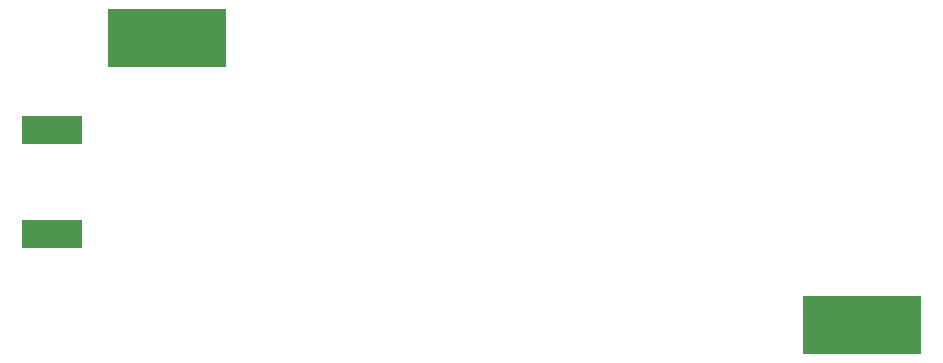
<source format=gbs>
G04 (created by PCBNEW (2013-09-28 BZR 4356)-product) date 10/22/2013 9:10:19 PM*
%MOIN*%
G04 Gerber Fmt 3.4, Leading zero omitted, Abs format*
%FSLAX34Y34*%
G01*
G70*
G90*
G04 APERTURE LIST*
%ADD10C,0.005906*%
%ADD11R,0.200000X0.095000*%
%ADD12C,0.100000*%
%ADD13R,0.393701X0.196850*%
G04 APERTURE END LIST*
G54D10*
G54D11*
X62125Y-52700D03*
X62125Y-56150D03*
G54D12*
X66393Y-49779D03*
X88677Y-59031D03*
G54D13*
X89105Y-59185D03*
X65930Y-49610D03*
M02*

</source>
